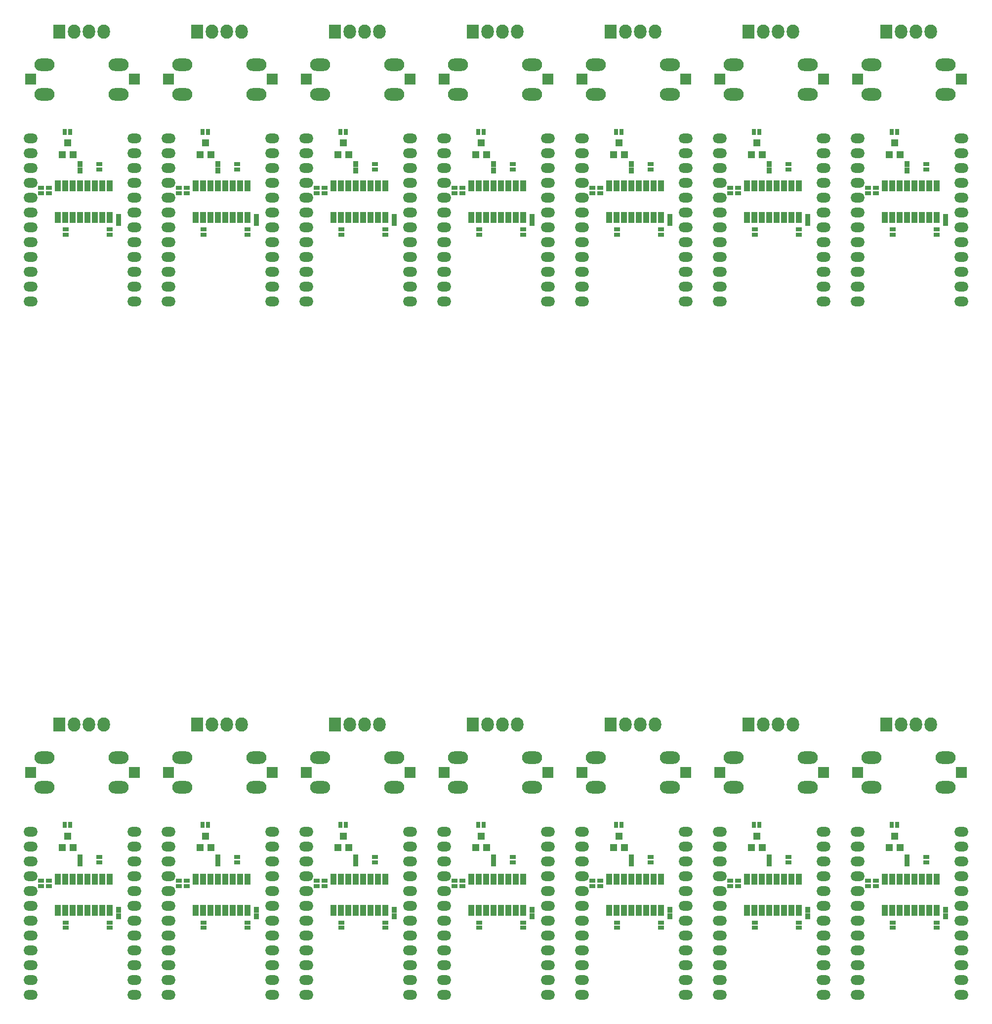
<source format=gbs>
G04 #@! TF.FileFunction,Soldermask,Bot*
%FSLAX46Y46*%
G04 Gerber Fmt 4.6, Leading zero omitted, Abs format (unit mm)*
G04 Created by KiCad (PCBNEW 4.0.1-stable) date 2/13/2017 3:52:04 PM*
%MOMM*%
G01*
G04 APERTURE LIST*
%ADD10C,0.100000*%
%ADD11R,1.900000X1.900000*%
%ADD12O,2.400000X1.670000*%
%ADD13R,1.000000X0.800000*%
%ADD14R,0.900000X1.000000*%
%ADD15R,2.127200X2.432000*%
%ADD16O,2.127200X2.432000*%
%ADD17R,1.200100X1.200100*%
%ADD18R,0.800000X1.000000*%
%ADD19R,1.000000X1.900000*%
%ADD20O,3.448000X2.127200*%
G04 APERTURE END LIST*
D10*
D11*
X143298000Y-144930000D03*
X125518000Y-144930000D03*
D12*
X143298000Y-155090000D03*
X125518000Y-155090000D03*
X143298000Y-157630000D03*
X125518000Y-157630000D03*
X143298000Y-160170000D03*
X125518000Y-160170000D03*
X143298000Y-162710000D03*
X125518000Y-162710000D03*
X143298000Y-165250000D03*
X125518000Y-165250000D03*
X143298000Y-167790000D03*
X125518000Y-167790000D03*
X143298000Y-170330000D03*
X125518000Y-170330000D03*
X143298000Y-172870000D03*
X125518000Y-172870000D03*
X143298000Y-175410000D03*
X125518000Y-175410000D03*
X143298000Y-177950000D03*
X125518000Y-177950000D03*
X143298000Y-180490000D03*
X125518000Y-180490000D03*
X143298000Y-183030000D03*
X125518000Y-183030000D03*
D13*
X127296000Y-164430000D03*
X127296000Y-163530000D03*
X128693000Y-164430000D03*
X128693000Y-163530000D03*
D14*
X140580200Y-169584600D03*
X140580200Y-168484600D03*
D15*
X130445600Y-136751200D03*
D16*
X132985600Y-136751200D03*
X135525600Y-136751200D03*
X138065600Y-136751200D03*
D17*
X132805300Y-157856060D03*
X130905300Y-157856060D03*
X131855300Y-155857080D03*
D18*
X132254500Y-153934300D03*
X131354500Y-153934300D03*
D13*
X131512400Y-170667400D03*
X131512400Y-171567400D03*
X139107000Y-170667400D03*
X139107000Y-171567400D03*
D19*
X130217000Y-163210400D03*
X131487000Y-163210400D03*
X132757000Y-163210400D03*
X134027000Y-163210400D03*
X135297000Y-163210400D03*
X136567000Y-163210400D03*
X137837000Y-163210400D03*
X139107000Y-163210400D03*
X139107000Y-168610400D03*
X137837000Y-168610400D03*
X136567000Y-168610400D03*
X135297000Y-168610400D03*
X134027000Y-168610400D03*
X132757000Y-168610400D03*
X131487000Y-168610400D03*
X130217000Y-168610400D03*
D13*
X137278200Y-160366000D03*
X137278200Y-159466000D03*
D14*
X134027000Y-160567600D03*
X134027000Y-159467600D03*
D20*
X127854800Y-142440800D03*
X127854800Y-147520800D03*
X140554800Y-142440800D03*
X140554800Y-147520800D03*
X127854800Y-23695800D03*
X127854800Y-28775800D03*
X140554800Y-23695800D03*
X140554800Y-28775800D03*
D14*
X134027000Y-41822600D03*
X134027000Y-40722600D03*
D13*
X137278200Y-41621000D03*
X137278200Y-40721000D03*
D19*
X130217000Y-44465400D03*
X131487000Y-44465400D03*
X132757000Y-44465400D03*
X134027000Y-44465400D03*
X135297000Y-44465400D03*
X136567000Y-44465400D03*
X137837000Y-44465400D03*
X139107000Y-44465400D03*
X139107000Y-49865400D03*
X137837000Y-49865400D03*
X136567000Y-49865400D03*
X135297000Y-49865400D03*
X134027000Y-49865400D03*
X132757000Y-49865400D03*
X131487000Y-49865400D03*
X130217000Y-49865400D03*
D13*
X139107000Y-51922400D03*
X139107000Y-52822400D03*
X131512400Y-51922400D03*
X131512400Y-52822400D03*
D18*
X132254500Y-35189300D03*
X131354500Y-35189300D03*
D17*
X132805300Y-39111060D03*
X130905300Y-39111060D03*
X131855300Y-37112080D03*
D15*
X130445600Y-18006200D03*
D16*
X132985600Y-18006200D03*
X135525600Y-18006200D03*
X138065600Y-18006200D03*
D14*
X140580200Y-50839600D03*
X140580200Y-49739600D03*
D13*
X128693000Y-45685000D03*
X128693000Y-44785000D03*
X127296000Y-45685000D03*
X127296000Y-44785000D03*
D12*
X143298000Y-36345000D03*
X125518000Y-36345000D03*
X143298000Y-38885000D03*
X125518000Y-38885000D03*
X143298000Y-41425000D03*
X125518000Y-41425000D03*
X143298000Y-43965000D03*
X125518000Y-43965000D03*
X143298000Y-46505000D03*
X125518000Y-46505000D03*
X143298000Y-49045000D03*
X125518000Y-49045000D03*
X143298000Y-51585000D03*
X125518000Y-51585000D03*
X143298000Y-54125000D03*
X125518000Y-54125000D03*
X143298000Y-56665000D03*
X125518000Y-56665000D03*
X143298000Y-59205000D03*
X125518000Y-59205000D03*
X143298000Y-61745000D03*
X125518000Y-61745000D03*
X143298000Y-64285000D03*
X125518000Y-64285000D03*
D11*
X125518000Y-26185000D03*
X143298000Y-26185000D03*
X190542000Y-26185000D03*
X172762000Y-26185000D03*
D12*
X190542000Y-36345000D03*
X172762000Y-36345000D03*
X190542000Y-38885000D03*
X172762000Y-38885000D03*
X190542000Y-41425000D03*
X172762000Y-41425000D03*
X190542000Y-43965000D03*
X172762000Y-43965000D03*
X190542000Y-46505000D03*
X172762000Y-46505000D03*
X190542000Y-49045000D03*
X172762000Y-49045000D03*
X190542000Y-51585000D03*
X172762000Y-51585000D03*
X190542000Y-54125000D03*
X172762000Y-54125000D03*
X190542000Y-56665000D03*
X172762000Y-56665000D03*
X190542000Y-59205000D03*
X172762000Y-59205000D03*
X190542000Y-61745000D03*
X172762000Y-61745000D03*
X190542000Y-64285000D03*
X172762000Y-64285000D03*
D13*
X174540000Y-45685000D03*
X174540000Y-44785000D03*
X175937000Y-45685000D03*
X175937000Y-44785000D03*
D14*
X187824200Y-50839600D03*
X187824200Y-49739600D03*
D15*
X177689600Y-18006200D03*
D16*
X180229600Y-18006200D03*
X182769600Y-18006200D03*
X185309600Y-18006200D03*
D17*
X180049300Y-39111060D03*
X178149300Y-39111060D03*
X179099300Y-37112080D03*
D18*
X179498500Y-35189300D03*
X178598500Y-35189300D03*
D13*
X178756400Y-51922400D03*
X178756400Y-52822400D03*
X186351000Y-51922400D03*
X186351000Y-52822400D03*
D19*
X177461000Y-44465400D03*
X178731000Y-44465400D03*
X180001000Y-44465400D03*
X181271000Y-44465400D03*
X182541000Y-44465400D03*
X183811000Y-44465400D03*
X185081000Y-44465400D03*
X186351000Y-44465400D03*
X186351000Y-49865400D03*
X185081000Y-49865400D03*
X183811000Y-49865400D03*
X182541000Y-49865400D03*
X181271000Y-49865400D03*
X180001000Y-49865400D03*
X178731000Y-49865400D03*
X177461000Y-49865400D03*
D13*
X184522200Y-41621000D03*
X184522200Y-40721000D03*
D14*
X181271000Y-41822600D03*
X181271000Y-40722600D03*
D20*
X175098800Y-23695800D03*
X175098800Y-28775800D03*
X187798800Y-23695800D03*
X187798800Y-28775800D03*
X175098800Y-142440800D03*
X175098800Y-147520800D03*
X187798800Y-142440800D03*
X187798800Y-147520800D03*
D14*
X181271000Y-160567600D03*
X181271000Y-159467600D03*
D13*
X184522200Y-160366000D03*
X184522200Y-159466000D03*
D19*
X177461000Y-163210400D03*
X178731000Y-163210400D03*
X180001000Y-163210400D03*
X181271000Y-163210400D03*
X182541000Y-163210400D03*
X183811000Y-163210400D03*
X185081000Y-163210400D03*
X186351000Y-163210400D03*
X186351000Y-168610400D03*
X185081000Y-168610400D03*
X183811000Y-168610400D03*
X182541000Y-168610400D03*
X181271000Y-168610400D03*
X180001000Y-168610400D03*
X178731000Y-168610400D03*
X177461000Y-168610400D03*
D13*
X186351000Y-170667400D03*
X186351000Y-171567400D03*
X178756400Y-170667400D03*
X178756400Y-171567400D03*
D18*
X179498500Y-153934300D03*
X178598500Y-153934300D03*
D17*
X180049300Y-157856060D03*
X178149300Y-157856060D03*
X179099300Y-155857080D03*
D15*
X177689600Y-136751200D03*
D16*
X180229600Y-136751200D03*
X182769600Y-136751200D03*
X185309600Y-136751200D03*
D14*
X187824200Y-169584600D03*
X187824200Y-168484600D03*
D13*
X175937000Y-164430000D03*
X175937000Y-163530000D03*
X174540000Y-164430000D03*
X174540000Y-163530000D03*
D12*
X190542000Y-155090000D03*
X172762000Y-155090000D03*
X190542000Y-157630000D03*
X172762000Y-157630000D03*
X190542000Y-160170000D03*
X172762000Y-160170000D03*
X190542000Y-162710000D03*
X172762000Y-162710000D03*
X190542000Y-165250000D03*
X172762000Y-165250000D03*
X190542000Y-167790000D03*
X172762000Y-167790000D03*
X190542000Y-170330000D03*
X172762000Y-170330000D03*
X190542000Y-172870000D03*
X172762000Y-172870000D03*
X190542000Y-175410000D03*
X172762000Y-175410000D03*
X190542000Y-177950000D03*
X172762000Y-177950000D03*
X190542000Y-180490000D03*
X172762000Y-180490000D03*
X190542000Y-183030000D03*
X172762000Y-183030000D03*
D11*
X172762000Y-144930000D03*
X190542000Y-144930000D03*
X166920000Y-144930000D03*
X149140000Y-144930000D03*
D12*
X166920000Y-155090000D03*
X149140000Y-155090000D03*
X166920000Y-157630000D03*
X149140000Y-157630000D03*
X166920000Y-160170000D03*
X149140000Y-160170000D03*
X166920000Y-162710000D03*
X149140000Y-162710000D03*
X166920000Y-165250000D03*
X149140000Y-165250000D03*
X166920000Y-167790000D03*
X149140000Y-167790000D03*
X166920000Y-170330000D03*
X149140000Y-170330000D03*
X166920000Y-172870000D03*
X149140000Y-172870000D03*
X166920000Y-175410000D03*
X149140000Y-175410000D03*
X166920000Y-177950000D03*
X149140000Y-177950000D03*
X166920000Y-180490000D03*
X149140000Y-180490000D03*
X166920000Y-183030000D03*
X149140000Y-183030000D03*
D13*
X150918000Y-164430000D03*
X150918000Y-163530000D03*
X152315000Y-164430000D03*
X152315000Y-163530000D03*
D14*
X164202200Y-169584600D03*
X164202200Y-168484600D03*
D15*
X154067600Y-136751200D03*
D16*
X156607600Y-136751200D03*
X159147600Y-136751200D03*
X161687600Y-136751200D03*
D17*
X156427300Y-157856060D03*
X154527300Y-157856060D03*
X155477300Y-155857080D03*
D18*
X155876500Y-153934300D03*
X154976500Y-153934300D03*
D13*
X155134400Y-170667400D03*
X155134400Y-171567400D03*
X162729000Y-170667400D03*
X162729000Y-171567400D03*
D19*
X153839000Y-163210400D03*
X155109000Y-163210400D03*
X156379000Y-163210400D03*
X157649000Y-163210400D03*
X158919000Y-163210400D03*
X160189000Y-163210400D03*
X161459000Y-163210400D03*
X162729000Y-163210400D03*
X162729000Y-168610400D03*
X161459000Y-168610400D03*
X160189000Y-168610400D03*
X158919000Y-168610400D03*
X157649000Y-168610400D03*
X156379000Y-168610400D03*
X155109000Y-168610400D03*
X153839000Y-168610400D03*
D13*
X160900200Y-160366000D03*
X160900200Y-159466000D03*
D14*
X157649000Y-160567600D03*
X157649000Y-159467600D03*
D20*
X151476800Y-142440800D03*
X151476800Y-147520800D03*
X164176800Y-142440800D03*
X164176800Y-147520800D03*
X151476800Y-23695800D03*
X151476800Y-28775800D03*
X164176800Y-23695800D03*
X164176800Y-28775800D03*
D14*
X157649000Y-41822600D03*
X157649000Y-40722600D03*
D13*
X160900200Y-41621000D03*
X160900200Y-40721000D03*
D19*
X153839000Y-44465400D03*
X155109000Y-44465400D03*
X156379000Y-44465400D03*
X157649000Y-44465400D03*
X158919000Y-44465400D03*
X160189000Y-44465400D03*
X161459000Y-44465400D03*
X162729000Y-44465400D03*
X162729000Y-49865400D03*
X161459000Y-49865400D03*
X160189000Y-49865400D03*
X158919000Y-49865400D03*
X157649000Y-49865400D03*
X156379000Y-49865400D03*
X155109000Y-49865400D03*
X153839000Y-49865400D03*
D13*
X162729000Y-51922400D03*
X162729000Y-52822400D03*
X155134400Y-51922400D03*
X155134400Y-52822400D03*
D18*
X155876500Y-35189300D03*
X154976500Y-35189300D03*
D17*
X156427300Y-39111060D03*
X154527300Y-39111060D03*
X155477300Y-37112080D03*
D15*
X154067600Y-18006200D03*
D16*
X156607600Y-18006200D03*
X159147600Y-18006200D03*
X161687600Y-18006200D03*
D14*
X164202200Y-50839600D03*
X164202200Y-49739600D03*
D13*
X152315000Y-45685000D03*
X152315000Y-44785000D03*
X150918000Y-45685000D03*
X150918000Y-44785000D03*
D12*
X166920000Y-36345000D03*
X149140000Y-36345000D03*
X166920000Y-38885000D03*
X149140000Y-38885000D03*
X166920000Y-41425000D03*
X149140000Y-41425000D03*
X166920000Y-43965000D03*
X149140000Y-43965000D03*
X166920000Y-46505000D03*
X149140000Y-46505000D03*
X166920000Y-49045000D03*
X149140000Y-49045000D03*
X166920000Y-51585000D03*
X149140000Y-51585000D03*
X166920000Y-54125000D03*
X149140000Y-54125000D03*
X166920000Y-56665000D03*
X149140000Y-56665000D03*
X166920000Y-59205000D03*
X149140000Y-59205000D03*
X166920000Y-61745000D03*
X149140000Y-61745000D03*
X166920000Y-64285000D03*
X149140000Y-64285000D03*
D11*
X149140000Y-26185000D03*
X166920000Y-26185000D03*
X96054000Y-26185000D03*
X78274000Y-26185000D03*
D12*
X96054000Y-36345000D03*
X78274000Y-36345000D03*
X96054000Y-38885000D03*
X78274000Y-38885000D03*
X96054000Y-41425000D03*
X78274000Y-41425000D03*
X96054000Y-43965000D03*
X78274000Y-43965000D03*
X96054000Y-46505000D03*
X78274000Y-46505000D03*
X96054000Y-49045000D03*
X78274000Y-49045000D03*
X96054000Y-51585000D03*
X78274000Y-51585000D03*
X96054000Y-54125000D03*
X78274000Y-54125000D03*
X96054000Y-56665000D03*
X78274000Y-56665000D03*
X96054000Y-59205000D03*
X78274000Y-59205000D03*
X96054000Y-61745000D03*
X78274000Y-61745000D03*
X96054000Y-64285000D03*
X78274000Y-64285000D03*
D13*
X80052000Y-45685000D03*
X80052000Y-44785000D03*
X81449000Y-45685000D03*
X81449000Y-44785000D03*
D14*
X93336200Y-50839600D03*
X93336200Y-49739600D03*
D15*
X83201600Y-18006200D03*
D16*
X85741600Y-18006200D03*
X88281600Y-18006200D03*
X90821600Y-18006200D03*
D17*
X85561300Y-39111060D03*
X83661300Y-39111060D03*
X84611300Y-37112080D03*
D18*
X85010500Y-35189300D03*
X84110500Y-35189300D03*
D13*
X84268400Y-51922400D03*
X84268400Y-52822400D03*
X91863000Y-51922400D03*
X91863000Y-52822400D03*
D19*
X82973000Y-44465400D03*
X84243000Y-44465400D03*
X85513000Y-44465400D03*
X86783000Y-44465400D03*
X88053000Y-44465400D03*
X89323000Y-44465400D03*
X90593000Y-44465400D03*
X91863000Y-44465400D03*
X91863000Y-49865400D03*
X90593000Y-49865400D03*
X89323000Y-49865400D03*
X88053000Y-49865400D03*
X86783000Y-49865400D03*
X85513000Y-49865400D03*
X84243000Y-49865400D03*
X82973000Y-49865400D03*
D13*
X90034200Y-41621000D03*
X90034200Y-40721000D03*
D14*
X86783000Y-41822600D03*
X86783000Y-40722600D03*
D20*
X80610800Y-23695800D03*
X80610800Y-28775800D03*
X93310800Y-23695800D03*
X93310800Y-28775800D03*
X80610800Y-142440800D03*
X80610800Y-147520800D03*
X93310800Y-142440800D03*
X93310800Y-147520800D03*
D14*
X86783000Y-160567600D03*
X86783000Y-159467600D03*
D13*
X90034200Y-160366000D03*
X90034200Y-159466000D03*
D19*
X82973000Y-163210400D03*
X84243000Y-163210400D03*
X85513000Y-163210400D03*
X86783000Y-163210400D03*
X88053000Y-163210400D03*
X89323000Y-163210400D03*
X90593000Y-163210400D03*
X91863000Y-163210400D03*
X91863000Y-168610400D03*
X90593000Y-168610400D03*
X89323000Y-168610400D03*
X88053000Y-168610400D03*
X86783000Y-168610400D03*
X85513000Y-168610400D03*
X84243000Y-168610400D03*
X82973000Y-168610400D03*
D13*
X91863000Y-170667400D03*
X91863000Y-171567400D03*
X84268400Y-170667400D03*
X84268400Y-171567400D03*
D18*
X85010500Y-153934300D03*
X84110500Y-153934300D03*
D17*
X85561300Y-157856060D03*
X83661300Y-157856060D03*
X84611300Y-155857080D03*
D15*
X83201600Y-136751200D03*
D16*
X85741600Y-136751200D03*
X88281600Y-136751200D03*
X90821600Y-136751200D03*
D14*
X93336200Y-169584600D03*
X93336200Y-168484600D03*
D13*
X81449000Y-164430000D03*
X81449000Y-163530000D03*
X80052000Y-164430000D03*
X80052000Y-163530000D03*
D12*
X96054000Y-155090000D03*
X78274000Y-155090000D03*
X96054000Y-157630000D03*
X78274000Y-157630000D03*
X96054000Y-160170000D03*
X78274000Y-160170000D03*
X96054000Y-162710000D03*
X78274000Y-162710000D03*
X96054000Y-165250000D03*
X78274000Y-165250000D03*
X96054000Y-167790000D03*
X78274000Y-167790000D03*
X96054000Y-170330000D03*
X78274000Y-170330000D03*
X96054000Y-172870000D03*
X78274000Y-172870000D03*
X96054000Y-175410000D03*
X78274000Y-175410000D03*
X96054000Y-177950000D03*
X78274000Y-177950000D03*
X96054000Y-180490000D03*
X78274000Y-180490000D03*
X96054000Y-183030000D03*
X78274000Y-183030000D03*
D11*
X78274000Y-144930000D03*
X96054000Y-144930000D03*
X119676000Y-144930000D03*
X101896000Y-144930000D03*
D12*
X119676000Y-155090000D03*
X101896000Y-155090000D03*
X119676000Y-157630000D03*
X101896000Y-157630000D03*
X119676000Y-160170000D03*
X101896000Y-160170000D03*
X119676000Y-162710000D03*
X101896000Y-162710000D03*
X119676000Y-165250000D03*
X101896000Y-165250000D03*
X119676000Y-167790000D03*
X101896000Y-167790000D03*
X119676000Y-170330000D03*
X101896000Y-170330000D03*
X119676000Y-172870000D03*
X101896000Y-172870000D03*
X119676000Y-175410000D03*
X101896000Y-175410000D03*
X119676000Y-177950000D03*
X101896000Y-177950000D03*
X119676000Y-180490000D03*
X101896000Y-180490000D03*
X119676000Y-183030000D03*
X101896000Y-183030000D03*
D13*
X103674000Y-164430000D03*
X103674000Y-163530000D03*
X105071000Y-164430000D03*
X105071000Y-163530000D03*
D14*
X116958200Y-169584600D03*
X116958200Y-168484600D03*
D15*
X106823600Y-136751200D03*
D16*
X109363600Y-136751200D03*
X111903600Y-136751200D03*
X114443600Y-136751200D03*
D17*
X109183300Y-157856060D03*
X107283300Y-157856060D03*
X108233300Y-155857080D03*
D18*
X108632500Y-153934300D03*
X107732500Y-153934300D03*
D13*
X107890400Y-170667400D03*
X107890400Y-171567400D03*
X115485000Y-170667400D03*
X115485000Y-171567400D03*
D19*
X106595000Y-163210400D03*
X107865000Y-163210400D03*
X109135000Y-163210400D03*
X110405000Y-163210400D03*
X111675000Y-163210400D03*
X112945000Y-163210400D03*
X114215000Y-163210400D03*
X115485000Y-163210400D03*
X115485000Y-168610400D03*
X114215000Y-168610400D03*
X112945000Y-168610400D03*
X111675000Y-168610400D03*
X110405000Y-168610400D03*
X109135000Y-168610400D03*
X107865000Y-168610400D03*
X106595000Y-168610400D03*
D13*
X113656200Y-160366000D03*
X113656200Y-159466000D03*
D14*
X110405000Y-160567600D03*
X110405000Y-159467600D03*
D20*
X104232800Y-142440800D03*
X104232800Y-147520800D03*
X116932800Y-142440800D03*
X116932800Y-147520800D03*
X104232800Y-23695800D03*
X104232800Y-28775800D03*
X116932800Y-23695800D03*
X116932800Y-28775800D03*
D14*
X110405000Y-41822600D03*
X110405000Y-40722600D03*
D13*
X113656200Y-41621000D03*
X113656200Y-40721000D03*
D19*
X106595000Y-44465400D03*
X107865000Y-44465400D03*
X109135000Y-44465400D03*
X110405000Y-44465400D03*
X111675000Y-44465400D03*
X112945000Y-44465400D03*
X114215000Y-44465400D03*
X115485000Y-44465400D03*
X115485000Y-49865400D03*
X114215000Y-49865400D03*
X112945000Y-49865400D03*
X111675000Y-49865400D03*
X110405000Y-49865400D03*
X109135000Y-49865400D03*
X107865000Y-49865400D03*
X106595000Y-49865400D03*
D13*
X115485000Y-51922400D03*
X115485000Y-52822400D03*
X107890400Y-51922400D03*
X107890400Y-52822400D03*
D18*
X108632500Y-35189300D03*
X107732500Y-35189300D03*
D17*
X109183300Y-39111060D03*
X107283300Y-39111060D03*
X108233300Y-37112080D03*
D15*
X106823600Y-18006200D03*
D16*
X109363600Y-18006200D03*
X111903600Y-18006200D03*
X114443600Y-18006200D03*
D14*
X116958200Y-50839600D03*
X116958200Y-49739600D03*
D13*
X105071000Y-45685000D03*
X105071000Y-44785000D03*
X103674000Y-45685000D03*
X103674000Y-44785000D03*
D12*
X119676000Y-36345000D03*
X101896000Y-36345000D03*
X119676000Y-38885000D03*
X101896000Y-38885000D03*
X119676000Y-41425000D03*
X101896000Y-41425000D03*
X119676000Y-43965000D03*
X101896000Y-43965000D03*
X119676000Y-46505000D03*
X101896000Y-46505000D03*
X119676000Y-49045000D03*
X101896000Y-49045000D03*
X119676000Y-51585000D03*
X101896000Y-51585000D03*
X119676000Y-54125000D03*
X101896000Y-54125000D03*
X119676000Y-56665000D03*
X101896000Y-56665000D03*
X119676000Y-59205000D03*
X101896000Y-59205000D03*
X119676000Y-61745000D03*
X101896000Y-61745000D03*
X119676000Y-64285000D03*
X101896000Y-64285000D03*
D11*
X101896000Y-26185000D03*
X119676000Y-26185000D03*
X72432000Y-26185000D03*
X54652000Y-26185000D03*
D12*
X72432000Y-36345000D03*
X54652000Y-36345000D03*
X72432000Y-38885000D03*
X54652000Y-38885000D03*
X72432000Y-41425000D03*
X54652000Y-41425000D03*
X72432000Y-43965000D03*
X54652000Y-43965000D03*
X72432000Y-46505000D03*
X54652000Y-46505000D03*
X72432000Y-49045000D03*
X54652000Y-49045000D03*
X72432000Y-51585000D03*
X54652000Y-51585000D03*
X72432000Y-54125000D03*
X54652000Y-54125000D03*
X72432000Y-56665000D03*
X54652000Y-56665000D03*
X72432000Y-59205000D03*
X54652000Y-59205000D03*
X72432000Y-61745000D03*
X54652000Y-61745000D03*
X72432000Y-64285000D03*
X54652000Y-64285000D03*
D13*
X56430000Y-45685000D03*
X56430000Y-44785000D03*
X57827000Y-45685000D03*
X57827000Y-44785000D03*
D14*
X69714200Y-50839600D03*
X69714200Y-49739600D03*
D15*
X59579600Y-18006200D03*
D16*
X62119600Y-18006200D03*
X64659600Y-18006200D03*
X67199600Y-18006200D03*
D17*
X61939300Y-39111060D03*
X60039300Y-39111060D03*
X60989300Y-37112080D03*
D18*
X61388500Y-35189300D03*
X60488500Y-35189300D03*
D13*
X60646400Y-51922400D03*
X60646400Y-52822400D03*
X68241000Y-51922400D03*
X68241000Y-52822400D03*
D19*
X59351000Y-44465400D03*
X60621000Y-44465400D03*
X61891000Y-44465400D03*
X63161000Y-44465400D03*
X64431000Y-44465400D03*
X65701000Y-44465400D03*
X66971000Y-44465400D03*
X68241000Y-44465400D03*
X68241000Y-49865400D03*
X66971000Y-49865400D03*
X65701000Y-49865400D03*
X64431000Y-49865400D03*
X63161000Y-49865400D03*
X61891000Y-49865400D03*
X60621000Y-49865400D03*
X59351000Y-49865400D03*
D13*
X66412200Y-41621000D03*
X66412200Y-40721000D03*
D14*
X63161000Y-41822600D03*
X63161000Y-40722600D03*
D20*
X56988800Y-23695800D03*
X56988800Y-28775800D03*
X69688800Y-23695800D03*
X69688800Y-28775800D03*
X56988800Y-142440800D03*
X56988800Y-147520800D03*
X69688800Y-142440800D03*
X69688800Y-147520800D03*
D14*
X63161000Y-160567600D03*
X63161000Y-159467600D03*
D13*
X66412200Y-160366000D03*
X66412200Y-159466000D03*
D19*
X59351000Y-163210400D03*
X60621000Y-163210400D03*
X61891000Y-163210400D03*
X63161000Y-163210400D03*
X64431000Y-163210400D03*
X65701000Y-163210400D03*
X66971000Y-163210400D03*
X68241000Y-163210400D03*
X68241000Y-168610400D03*
X66971000Y-168610400D03*
X65701000Y-168610400D03*
X64431000Y-168610400D03*
X63161000Y-168610400D03*
X61891000Y-168610400D03*
X60621000Y-168610400D03*
X59351000Y-168610400D03*
D13*
X68241000Y-170667400D03*
X68241000Y-171567400D03*
X60646400Y-170667400D03*
X60646400Y-171567400D03*
D18*
X61388500Y-153934300D03*
X60488500Y-153934300D03*
D17*
X61939300Y-157856060D03*
X60039300Y-157856060D03*
X60989300Y-155857080D03*
D15*
X59579600Y-136751200D03*
D16*
X62119600Y-136751200D03*
X64659600Y-136751200D03*
X67199600Y-136751200D03*
D14*
X69714200Y-169584600D03*
X69714200Y-168484600D03*
D13*
X57827000Y-164430000D03*
X57827000Y-163530000D03*
X56430000Y-164430000D03*
X56430000Y-163530000D03*
D12*
X72432000Y-155090000D03*
X54652000Y-155090000D03*
X72432000Y-157630000D03*
X54652000Y-157630000D03*
X72432000Y-160170000D03*
X54652000Y-160170000D03*
X72432000Y-162710000D03*
X54652000Y-162710000D03*
X72432000Y-165250000D03*
X54652000Y-165250000D03*
X72432000Y-167790000D03*
X54652000Y-167790000D03*
X72432000Y-170330000D03*
X54652000Y-170330000D03*
X72432000Y-172870000D03*
X54652000Y-172870000D03*
X72432000Y-175410000D03*
X54652000Y-175410000D03*
X72432000Y-177950000D03*
X54652000Y-177950000D03*
X72432000Y-180490000D03*
X54652000Y-180490000D03*
X72432000Y-183030000D03*
X54652000Y-183030000D03*
D11*
X54652000Y-144930000D03*
X72432000Y-144930000D03*
X48810000Y-144930000D03*
X31030000Y-144930000D03*
D12*
X48810000Y-155090000D03*
X31030000Y-155090000D03*
X48810000Y-157630000D03*
X31030000Y-157630000D03*
X48810000Y-160170000D03*
X31030000Y-160170000D03*
X48810000Y-162710000D03*
X31030000Y-162710000D03*
X48810000Y-165250000D03*
X31030000Y-165250000D03*
X48810000Y-167790000D03*
X31030000Y-167790000D03*
X48810000Y-170330000D03*
X31030000Y-170330000D03*
X48810000Y-172870000D03*
X31030000Y-172870000D03*
X48810000Y-175410000D03*
X31030000Y-175410000D03*
X48810000Y-177950000D03*
X31030000Y-177950000D03*
X48810000Y-180490000D03*
X31030000Y-180490000D03*
X48810000Y-183030000D03*
X31030000Y-183030000D03*
D13*
X32808000Y-164430000D03*
X32808000Y-163530000D03*
X34205000Y-164430000D03*
X34205000Y-163530000D03*
D14*
X46092200Y-169584600D03*
X46092200Y-168484600D03*
D15*
X35957600Y-136751200D03*
D16*
X38497600Y-136751200D03*
X41037600Y-136751200D03*
X43577600Y-136751200D03*
D17*
X38317300Y-157856060D03*
X36417300Y-157856060D03*
X37367300Y-155857080D03*
D18*
X37766500Y-153934300D03*
X36866500Y-153934300D03*
D13*
X37024400Y-170667400D03*
X37024400Y-171567400D03*
X44619000Y-170667400D03*
X44619000Y-171567400D03*
D19*
X35729000Y-163210400D03*
X36999000Y-163210400D03*
X38269000Y-163210400D03*
X39539000Y-163210400D03*
X40809000Y-163210400D03*
X42079000Y-163210400D03*
X43349000Y-163210400D03*
X44619000Y-163210400D03*
X44619000Y-168610400D03*
X43349000Y-168610400D03*
X42079000Y-168610400D03*
X40809000Y-168610400D03*
X39539000Y-168610400D03*
X38269000Y-168610400D03*
X36999000Y-168610400D03*
X35729000Y-168610400D03*
D13*
X42790200Y-160366000D03*
X42790200Y-159466000D03*
D14*
X39539000Y-160567600D03*
X39539000Y-159467600D03*
D20*
X33366800Y-142440800D03*
X33366800Y-147520800D03*
X46066800Y-142440800D03*
X46066800Y-147520800D03*
X33366800Y-23695800D03*
X33366800Y-28775800D03*
X46066800Y-23695800D03*
X46066800Y-28775800D03*
D14*
X39539000Y-41822600D03*
X39539000Y-40722600D03*
D13*
X42790200Y-41621000D03*
X42790200Y-40721000D03*
D19*
X35729000Y-44465400D03*
X36999000Y-44465400D03*
X38269000Y-44465400D03*
X39539000Y-44465400D03*
X40809000Y-44465400D03*
X42079000Y-44465400D03*
X43349000Y-44465400D03*
X44619000Y-44465400D03*
X44619000Y-49865400D03*
X43349000Y-49865400D03*
X42079000Y-49865400D03*
X40809000Y-49865400D03*
X39539000Y-49865400D03*
X38269000Y-49865400D03*
X36999000Y-49865400D03*
X35729000Y-49865400D03*
D13*
X44619000Y-51922400D03*
X44619000Y-52822400D03*
X37024400Y-51922400D03*
X37024400Y-52822400D03*
D18*
X37766500Y-35189300D03*
X36866500Y-35189300D03*
D17*
X38317300Y-39111060D03*
X36417300Y-39111060D03*
X37367300Y-37112080D03*
D15*
X35957600Y-18006200D03*
D16*
X38497600Y-18006200D03*
X41037600Y-18006200D03*
X43577600Y-18006200D03*
D14*
X46092200Y-50839600D03*
X46092200Y-49739600D03*
D13*
X34205000Y-45685000D03*
X34205000Y-44785000D03*
X32808000Y-45685000D03*
X32808000Y-44785000D03*
D12*
X48810000Y-36345000D03*
X31030000Y-36345000D03*
X48810000Y-38885000D03*
X31030000Y-38885000D03*
X48810000Y-41425000D03*
X31030000Y-41425000D03*
X48810000Y-43965000D03*
X31030000Y-43965000D03*
X48810000Y-46505000D03*
X31030000Y-46505000D03*
X48810000Y-49045000D03*
X31030000Y-49045000D03*
X48810000Y-51585000D03*
X31030000Y-51585000D03*
X48810000Y-54125000D03*
X31030000Y-54125000D03*
X48810000Y-56665000D03*
X31030000Y-56665000D03*
X48810000Y-59205000D03*
X31030000Y-59205000D03*
X48810000Y-61745000D03*
X31030000Y-61745000D03*
X48810000Y-64285000D03*
X31030000Y-64285000D03*
D11*
X31030000Y-26185000D03*
X48810000Y-26185000D03*
M02*

</source>
